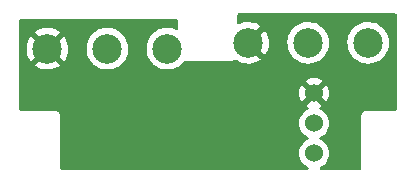
<source format=gbr>
%TF.GenerationSoftware,KiCad,Pcbnew,(6.0.2)*%
%TF.CreationDate,2022-03-02T15:34:03+00:00*%
%TF.ProjectId,305_Side_Hotswap,3330355f-5369-4646-955f-486f74737761,rev?*%
%TF.SameCoordinates,Original*%
%TF.FileFunction,Copper,L2,Bot*%
%TF.FilePolarity,Positive*%
%FSLAX46Y46*%
G04 Gerber Fmt 4.6, Leading zero omitted, Abs format (unit mm)*
G04 Created by KiCad (PCBNEW (6.0.2)) date 2022-03-02 15:34:03*
%MOMM*%
%LPD*%
G01*
G04 APERTURE LIST*
%TA.AperFunction,ComponentPad*%
%ADD10C,2.500000*%
%TD*%
%TA.AperFunction,ComponentPad*%
%ADD11C,1.524000*%
%TD*%
G04 APERTURE END LIST*
D10*
%TO.P,SW2,1,COM*%
%TO.N,GND*%
X38880000Y-20820000D03*
%TO.P,SW2,2,NO*%
%TO.N,Forward*%
X43960000Y-20820000D03*
%TO.P,SW2,3,NC*%
%TO.N,unconnected-(SW2-Pad3)*%
X49040000Y-20820000D03*
%TD*%
%TO.P,SW1,1,COM*%
%TO.N,GND*%
X55880000Y-20320000D03*
%TO.P,SW1,2,NO*%
%TO.N,Back*%
X60960000Y-20320000D03*
%TO.P,SW1,3,NC*%
%TO.N,unconnected-(SW1-Pad3)*%
X66040000Y-20320000D03*
%TD*%
D11*
%TO.P,U1,1,1*%
%TO.N,GND*%
X61460000Y-24590000D03*
%TO.P,U1,2,2*%
%TO.N,Back*%
X61460000Y-27130000D03*
%TO.P,U1,3,3*%
%TO.N,Forward*%
X61460000Y-29670000D03*
%TD*%
%TA.AperFunction,Conductor*%
%TO.N,GND*%
G36*
X68394121Y-17848002D02*
G01*
X68440614Y-17901658D01*
X68452000Y-17954000D01*
X68452000Y-25936000D01*
X68431998Y-26004121D01*
X68378342Y-26050614D01*
X68326000Y-26062000D01*
X65968702Y-26062000D01*
X65967932Y-26061998D01*
X65967078Y-26061993D01*
X65890348Y-26061524D01*
X65881719Y-26063990D01*
X65881714Y-26063991D01*
X65861952Y-26069639D01*
X65845191Y-26073217D01*
X65824848Y-26076130D01*
X65824838Y-26076133D01*
X65815955Y-26077405D01*
X65792605Y-26088021D01*
X65775093Y-26094464D01*
X65767057Y-26096761D01*
X65750435Y-26101512D01*
X65725452Y-26117274D01*
X65710386Y-26125404D01*
X65683490Y-26137633D01*
X65664061Y-26154374D01*
X65649053Y-26165479D01*
X65627369Y-26179160D01*
X65621427Y-26185888D01*
X65607819Y-26201296D01*
X65595627Y-26213340D01*
X65573253Y-26232619D01*
X65568374Y-26240147D01*
X65568371Y-26240150D01*
X65559304Y-26254139D01*
X65548014Y-26269013D01*
X65531044Y-26288228D01*
X65518490Y-26314966D01*
X65510176Y-26329935D01*
X65494107Y-26354727D01*
X65491535Y-26363327D01*
X65486761Y-26379290D01*
X65480099Y-26396736D01*
X65469201Y-26419948D01*
X65464658Y-26449128D01*
X65460874Y-26465849D01*
X65454986Y-26485536D01*
X65454985Y-26485539D01*
X65452413Y-26494141D01*
X65452358Y-26503116D01*
X65452358Y-26503117D01*
X65452203Y-26528546D01*
X65452170Y-26529328D01*
X65452000Y-26530423D01*
X65452000Y-26561298D01*
X65451998Y-26562068D01*
X65451524Y-26639652D01*
X65451908Y-26640996D01*
X65452000Y-26642341D01*
X65452000Y-30936000D01*
X65431998Y-31004121D01*
X65378342Y-31050614D01*
X65326000Y-31062000D01*
X62049455Y-31062000D01*
X61981334Y-31041998D01*
X61934841Y-30988342D01*
X61924737Y-30918068D01*
X61954231Y-30853488D01*
X61996205Y-30821805D01*
X62092690Y-30776814D01*
X62092695Y-30776811D01*
X62097677Y-30774488D01*
X62199505Y-30703187D01*
X62275270Y-30650136D01*
X62275273Y-30650134D01*
X62279781Y-30646977D01*
X62436977Y-30489781D01*
X62564488Y-30307676D01*
X62566811Y-30302694D01*
X62566814Y-30302689D01*
X62656117Y-30111178D01*
X62656118Y-30111177D01*
X62658440Y-30106196D01*
X62715978Y-29891463D01*
X62735353Y-29670000D01*
X62715978Y-29448537D01*
X62658440Y-29233804D01*
X62656117Y-29228822D01*
X62566814Y-29037311D01*
X62566811Y-29037306D01*
X62564488Y-29032324D01*
X62436977Y-28850219D01*
X62279781Y-28693023D01*
X62275273Y-28689866D01*
X62275270Y-28689864D01*
X62199505Y-28636813D01*
X62097677Y-28565512D01*
X62092695Y-28563189D01*
X62092690Y-28563186D01*
X61987627Y-28514195D01*
X61934342Y-28467278D01*
X61914881Y-28399001D01*
X61935423Y-28331041D01*
X61987627Y-28285805D01*
X62092690Y-28236814D01*
X62092695Y-28236811D01*
X62097677Y-28234488D01*
X62199505Y-28163187D01*
X62275270Y-28110136D01*
X62275273Y-28110134D01*
X62279781Y-28106977D01*
X62436977Y-27949781D01*
X62564488Y-27767676D01*
X62566811Y-27762694D01*
X62566814Y-27762689D01*
X62656117Y-27571178D01*
X62656118Y-27571177D01*
X62658440Y-27566196D01*
X62715978Y-27351463D01*
X62735353Y-27130000D01*
X62715978Y-26908537D01*
X62658440Y-26693804D01*
X62636083Y-26645859D01*
X62566814Y-26497311D01*
X62566811Y-26497306D01*
X62564488Y-26492324D01*
X62559735Y-26485536D01*
X62440136Y-26314730D01*
X62440134Y-26314727D01*
X62436977Y-26310219D01*
X62279781Y-26153023D01*
X62275273Y-26149866D01*
X62275270Y-26149864D01*
X62192479Y-26091893D01*
X62097677Y-26025512D01*
X62092695Y-26023189D01*
X62092690Y-26023186D01*
X61987035Y-25973919D01*
X61933750Y-25927002D01*
X61914289Y-25858725D01*
X61934831Y-25790765D01*
X61987035Y-25745529D01*
X62092445Y-25696376D01*
X62101931Y-25690898D01*
X62145764Y-25660207D01*
X62154139Y-25649729D01*
X62147071Y-25636281D01*
X61472812Y-24962022D01*
X61458868Y-24954408D01*
X61457035Y-24954539D01*
X61450420Y-24958790D01*
X60772207Y-25637003D01*
X60765777Y-25648777D01*
X60775074Y-25660793D01*
X60818069Y-25690898D01*
X60827555Y-25696376D01*
X60932965Y-25745529D01*
X60986250Y-25792446D01*
X61005711Y-25860723D01*
X60985169Y-25928683D01*
X60932965Y-25973919D01*
X60827311Y-26023186D01*
X60827306Y-26023189D01*
X60822324Y-26025512D01*
X60817817Y-26028668D01*
X60817815Y-26028669D01*
X60644730Y-26149864D01*
X60644727Y-26149866D01*
X60640219Y-26153023D01*
X60483023Y-26310219D01*
X60479866Y-26314727D01*
X60479864Y-26314730D01*
X60360265Y-26485536D01*
X60355512Y-26492324D01*
X60353189Y-26497306D01*
X60353186Y-26497311D01*
X60283917Y-26645859D01*
X60261560Y-26693804D01*
X60204022Y-26908537D01*
X60184647Y-27130000D01*
X60204022Y-27351463D01*
X60261560Y-27566196D01*
X60263882Y-27571177D01*
X60263883Y-27571178D01*
X60353186Y-27762689D01*
X60353189Y-27762694D01*
X60355512Y-27767676D01*
X60483023Y-27949781D01*
X60640219Y-28106977D01*
X60644727Y-28110134D01*
X60644730Y-28110136D01*
X60720495Y-28163187D01*
X60822323Y-28234488D01*
X60827305Y-28236811D01*
X60827310Y-28236814D01*
X60932373Y-28285805D01*
X60985658Y-28332722D01*
X61005119Y-28400999D01*
X60984577Y-28468959D01*
X60932373Y-28514195D01*
X60827311Y-28563186D01*
X60827306Y-28563189D01*
X60822324Y-28565512D01*
X60817817Y-28568668D01*
X60817815Y-28568669D01*
X60644730Y-28689864D01*
X60644727Y-28689866D01*
X60640219Y-28693023D01*
X60483023Y-28850219D01*
X60355512Y-29032324D01*
X60353189Y-29037306D01*
X60353186Y-29037311D01*
X60263883Y-29228822D01*
X60261560Y-29233804D01*
X60204022Y-29448537D01*
X60184647Y-29670000D01*
X60204022Y-29891463D01*
X60261560Y-30106196D01*
X60263882Y-30111177D01*
X60263883Y-30111178D01*
X60353186Y-30302689D01*
X60353189Y-30302694D01*
X60355512Y-30307676D01*
X60483023Y-30489781D01*
X60640219Y-30646977D01*
X60644727Y-30650134D01*
X60644730Y-30650136D01*
X60720495Y-30703187D01*
X60822323Y-30774488D01*
X60827305Y-30776811D01*
X60827310Y-30776814D01*
X60923795Y-30821805D01*
X60977080Y-30868722D01*
X60996541Y-30936999D01*
X60975999Y-31004959D01*
X60921977Y-31051025D01*
X60870545Y-31062000D01*
X40094000Y-31062000D01*
X40025879Y-31041998D01*
X39979386Y-30988342D01*
X39968000Y-30936000D01*
X39968000Y-26578702D01*
X39968002Y-26577932D01*
X39968421Y-26509322D01*
X39968476Y-26500348D01*
X39966010Y-26491719D01*
X39966009Y-26491714D01*
X39960361Y-26471952D01*
X39956783Y-26455191D01*
X39953870Y-26434848D01*
X39953867Y-26434838D01*
X39952595Y-26425955D01*
X39941979Y-26402605D01*
X39935536Y-26385093D01*
X39930954Y-26369063D01*
X39928488Y-26360435D01*
X39912726Y-26335452D01*
X39904596Y-26320386D01*
X39892367Y-26293490D01*
X39875626Y-26274061D01*
X39864521Y-26259053D01*
X39855630Y-26244961D01*
X39850840Y-26237369D01*
X39828703Y-26217818D01*
X39816659Y-26205626D01*
X39803239Y-26190051D01*
X39803237Y-26190050D01*
X39797381Y-26183253D01*
X39789853Y-26178374D01*
X39789850Y-26178371D01*
X39775861Y-26169304D01*
X39760987Y-26158014D01*
X39748502Y-26146988D01*
X39741772Y-26141044D01*
X39733646Y-26137229D01*
X39733645Y-26137228D01*
X39727979Y-26134568D01*
X39715034Y-26128490D01*
X39700065Y-26120176D01*
X39675273Y-26104107D01*
X39650709Y-26096761D01*
X39633264Y-26090099D01*
X39628827Y-26088016D01*
X39610052Y-26079201D01*
X39580870Y-26074657D01*
X39564151Y-26070874D01*
X39544464Y-26064986D01*
X39544461Y-26064985D01*
X39535859Y-26062413D01*
X39526884Y-26062358D01*
X39526883Y-26062358D01*
X39520190Y-26062317D01*
X39501444Y-26062203D01*
X39500672Y-26062170D01*
X39499577Y-26062000D01*
X39468702Y-26062000D01*
X39467932Y-26061998D01*
X39394284Y-26061548D01*
X39394283Y-26061548D01*
X39390348Y-26061524D01*
X39389004Y-26061908D01*
X39387659Y-26062000D01*
X36594000Y-26062000D01*
X36525879Y-26041998D01*
X36479386Y-25988342D01*
X36468000Y-25936000D01*
X36468000Y-24595475D01*
X60185628Y-24595475D01*
X60204038Y-24805896D01*
X60205941Y-24816691D01*
X60260609Y-25020715D01*
X60264355Y-25031007D01*
X60353623Y-25222441D01*
X60359103Y-25231932D01*
X60389794Y-25275765D01*
X60400271Y-25284140D01*
X60413718Y-25277072D01*
X61087978Y-24602812D01*
X61094356Y-24591132D01*
X61824408Y-24591132D01*
X61824539Y-24592965D01*
X61828790Y-24599580D01*
X62507003Y-25277793D01*
X62518777Y-25284223D01*
X62530793Y-25274926D01*
X62560897Y-25231932D01*
X62566377Y-25222441D01*
X62655645Y-25031007D01*
X62659391Y-25020715D01*
X62714059Y-24816691D01*
X62715962Y-24805896D01*
X62734372Y-24595475D01*
X62734372Y-24584525D01*
X62715962Y-24374104D01*
X62714059Y-24363309D01*
X62659391Y-24159285D01*
X62655645Y-24148993D01*
X62566377Y-23957559D01*
X62560897Y-23948068D01*
X62530206Y-23904235D01*
X62519729Y-23895860D01*
X62506282Y-23902928D01*
X61832022Y-24577188D01*
X61824408Y-24591132D01*
X61094356Y-24591132D01*
X61095592Y-24588868D01*
X61095461Y-24587035D01*
X61091210Y-24580420D01*
X60412997Y-23902207D01*
X60401223Y-23895777D01*
X60389207Y-23905074D01*
X60359103Y-23948068D01*
X60353623Y-23957559D01*
X60264355Y-24148993D01*
X60260609Y-24159285D01*
X60205941Y-24363309D01*
X60204038Y-24374104D01*
X60185628Y-24584525D01*
X60185628Y-24595475D01*
X36468000Y-24595475D01*
X36468000Y-23530271D01*
X60765860Y-23530271D01*
X60772928Y-23543718D01*
X61447188Y-24217978D01*
X61461132Y-24225592D01*
X61462965Y-24225461D01*
X61469580Y-24221210D01*
X62147793Y-23542997D01*
X62154223Y-23531223D01*
X62144926Y-23519207D01*
X62101931Y-23489102D01*
X62092445Y-23483624D01*
X61901007Y-23394355D01*
X61890715Y-23390609D01*
X61686691Y-23335941D01*
X61675896Y-23334038D01*
X61465475Y-23315628D01*
X61454525Y-23315628D01*
X61244104Y-23334038D01*
X61233309Y-23335941D01*
X61029285Y-23390609D01*
X61018993Y-23394355D01*
X60827559Y-23483623D01*
X60818068Y-23489103D01*
X60774235Y-23519794D01*
X60765860Y-23530271D01*
X36468000Y-23530271D01*
X36468000Y-22229133D01*
X37835612Y-22229133D01*
X37844325Y-22240653D01*
X37942018Y-22312284D01*
X37949928Y-22317227D01*
X38172890Y-22434533D01*
X38181453Y-22438256D01*
X38419304Y-22521318D01*
X38428313Y-22523732D01*
X38675842Y-22570727D01*
X38685098Y-22571781D01*
X38936857Y-22581673D01*
X38946171Y-22581347D01*
X39196615Y-22553920D01*
X39205792Y-22552219D01*
X39449431Y-22488074D01*
X39458251Y-22485037D01*
X39689736Y-22385583D01*
X39698008Y-22381276D01*
X39912249Y-22248700D01*
X39919188Y-22243658D01*
X39927518Y-22231019D01*
X39921456Y-22220666D01*
X38892812Y-21192022D01*
X38878868Y-21184408D01*
X38877035Y-21184539D01*
X38870420Y-21188790D01*
X37842270Y-22216940D01*
X37835612Y-22229133D01*
X36468000Y-22229133D01*
X36468000Y-20778523D01*
X37117898Y-20778523D01*
X37129987Y-21030175D01*
X37131124Y-21039435D01*
X37180274Y-21286535D01*
X37182768Y-21295528D01*
X37267900Y-21532639D01*
X37271700Y-21541174D01*
X37390946Y-21763101D01*
X37395957Y-21770968D01*
X37459446Y-21855990D01*
X37470704Y-21864439D01*
X37483123Y-21857667D01*
X38507978Y-20832812D01*
X38514356Y-20821132D01*
X39244408Y-20821132D01*
X39244539Y-20822965D01*
X39248790Y-20829580D01*
X40279913Y-21860703D01*
X40292293Y-21867463D01*
X40300634Y-21861219D01*
X40426765Y-21665127D01*
X40431212Y-21656936D01*
X40534691Y-21427222D01*
X40537882Y-21418455D01*
X40606269Y-21175976D01*
X40608129Y-21166834D01*
X40640116Y-20915396D01*
X40640597Y-20909108D01*
X40642847Y-20823160D01*
X40642696Y-20816851D01*
X40639500Y-20773839D01*
X42197173Y-20773839D01*
X42197397Y-20778505D01*
X42197397Y-20778511D01*
X42203443Y-20904373D01*
X42209713Y-21034908D01*
X42260704Y-21291256D01*
X42349026Y-21537252D01*
X42351242Y-21541376D01*
X42466455Y-21755799D01*
X42472737Y-21767491D01*
X42475532Y-21771234D01*
X42475534Y-21771237D01*
X42626330Y-21973177D01*
X42626335Y-21973183D01*
X42629122Y-21976915D01*
X42632431Y-21980195D01*
X42632436Y-21980201D01*
X42735488Y-22082357D01*
X42814743Y-22160923D01*
X42818505Y-22163681D01*
X42818508Y-22163684D01*
X43021173Y-22312284D01*
X43025524Y-22315474D01*
X43029667Y-22317654D01*
X43029669Y-22317655D01*
X43252684Y-22434989D01*
X43252689Y-22434991D01*
X43256834Y-22437172D01*
X43503590Y-22523344D01*
X43508183Y-22524216D01*
X43755785Y-22571224D01*
X43755788Y-22571224D01*
X43760374Y-22572095D01*
X43890958Y-22577226D01*
X44016875Y-22582174D01*
X44016881Y-22582174D01*
X44021543Y-22582357D01*
X44100977Y-22573657D01*
X44276707Y-22554412D01*
X44276712Y-22554411D01*
X44281360Y-22553902D01*
X44394116Y-22524216D01*
X44529594Y-22488548D01*
X44529596Y-22488547D01*
X44534117Y-22487357D01*
X44774262Y-22384182D01*
X44996519Y-22246646D01*
X45000082Y-22243629D01*
X45000087Y-22243626D01*
X45192439Y-22080787D01*
X45192440Y-22080786D01*
X45196005Y-22077768D01*
X45274665Y-21988074D01*
X45365257Y-21884774D01*
X45365261Y-21884769D01*
X45368339Y-21881259D01*
X45402326Y-21828421D01*
X45507205Y-21665367D01*
X45509733Y-21661437D01*
X45617083Y-21423129D01*
X45666282Y-21248683D01*
X45686760Y-21176076D01*
X45686761Y-21176073D01*
X45688030Y-21171572D01*
X45705117Y-21037252D01*
X45720616Y-20915421D01*
X45720616Y-20915417D01*
X45721014Y-20912291D01*
X45721098Y-20909108D01*
X45723348Y-20823160D01*
X45723431Y-20820000D01*
X45723197Y-20816851D01*
X45704407Y-20564000D01*
X45704406Y-20563996D01*
X45704061Y-20559348D01*
X45694825Y-20518528D01*
X45647408Y-20308980D01*
X45646377Y-20304423D01*
X45644684Y-20300069D01*
X45553340Y-20065176D01*
X45553339Y-20065173D01*
X45551647Y-20060823D01*
X45548244Y-20054868D01*
X45424270Y-19837960D01*
X45421951Y-19833902D01*
X45260138Y-19628643D01*
X45069763Y-19449557D01*
X44855009Y-19300576D01*
X44819898Y-19283261D01*
X44624781Y-19187040D01*
X44624776Y-19187038D01*
X44620593Y-19184975D01*
X44574449Y-19170204D01*
X44376123Y-19106720D01*
X44371665Y-19105293D01*
X44113693Y-19063279D01*
X43999942Y-19061790D01*
X43857022Y-19059919D01*
X43857019Y-19059919D01*
X43852345Y-19059858D01*
X43593362Y-19095104D01*
X43342433Y-19168243D01*
X43338180Y-19170203D01*
X43338179Y-19170204D01*
X43287888Y-19193389D01*
X43105072Y-19277668D01*
X43066067Y-19303241D01*
X42890404Y-19418410D01*
X42890399Y-19418414D01*
X42886491Y-19420976D01*
X42691494Y-19595018D01*
X42524363Y-19795970D01*
X42521934Y-19799973D01*
X42394943Y-20009248D01*
X42388771Y-20019419D01*
X42287697Y-20260455D01*
X42223359Y-20513783D01*
X42197173Y-20773839D01*
X40639500Y-20773839D01*
X40623912Y-20564074D01*
X40622536Y-20554868D01*
X40566929Y-20309126D01*
X40564205Y-20300215D01*
X40472888Y-20065392D01*
X40468877Y-20056983D01*
X40343854Y-19838240D01*
X40338643Y-19830514D01*
X40301391Y-19783261D01*
X40289466Y-19774790D01*
X40277934Y-19781276D01*
X39252022Y-20807188D01*
X39244408Y-20821132D01*
X38514356Y-20821132D01*
X38515592Y-20818868D01*
X38515461Y-20817035D01*
X38511210Y-20810420D01*
X37481321Y-19780531D01*
X37468013Y-19773264D01*
X37457974Y-19780386D01*
X37447761Y-19792666D01*
X37442346Y-19800258D01*
X37311646Y-20015646D01*
X37307408Y-20023963D01*
X37209981Y-20256299D01*
X37207020Y-20265149D01*
X37145006Y-20509331D01*
X37143384Y-20518528D01*
X37118143Y-20769198D01*
X37117898Y-20778523D01*
X36468000Y-20778523D01*
X36468000Y-19408803D01*
X37833216Y-19408803D01*
X37837789Y-19418579D01*
X38867188Y-20447978D01*
X38881132Y-20455592D01*
X38882965Y-20455461D01*
X38889580Y-20451210D01*
X39918419Y-19422371D01*
X39924803Y-19410681D01*
X39915391Y-19398570D01*
X39778593Y-19303670D01*
X39770565Y-19298942D01*
X39544593Y-19187505D01*
X39535960Y-19184017D01*
X39295998Y-19107205D01*
X39286938Y-19105029D01*
X39038260Y-19064529D01*
X39028973Y-19063717D01*
X38777053Y-19060419D01*
X38767742Y-19060989D01*
X38518097Y-19094964D01*
X38508978Y-19096902D01*
X38267098Y-19167404D01*
X38258367Y-19170667D01*
X38029558Y-19276151D01*
X38021406Y-19280670D01*
X37842353Y-19398062D01*
X37833216Y-19408803D01*
X36468000Y-19408803D01*
X36468000Y-18454000D01*
X36488002Y-18385879D01*
X36541658Y-18339386D01*
X36594000Y-18328000D01*
X49826000Y-18328000D01*
X49894121Y-18348002D01*
X49940614Y-18401658D01*
X49952000Y-18454000D01*
X49952000Y-19106331D01*
X49931998Y-19174452D01*
X49878342Y-19220945D01*
X49808068Y-19231049D01*
X49770275Y-19219338D01*
X49700593Y-19184975D01*
X49654449Y-19170204D01*
X49456123Y-19106720D01*
X49451665Y-19105293D01*
X49193693Y-19063279D01*
X49079942Y-19061790D01*
X48937022Y-19059919D01*
X48937019Y-19059919D01*
X48932345Y-19059858D01*
X48673362Y-19095104D01*
X48422433Y-19168243D01*
X48418180Y-19170203D01*
X48418179Y-19170204D01*
X48367888Y-19193389D01*
X48185072Y-19277668D01*
X48146067Y-19303241D01*
X47970404Y-19418410D01*
X47970399Y-19418414D01*
X47966491Y-19420976D01*
X47771494Y-19595018D01*
X47604363Y-19795970D01*
X47601934Y-19799973D01*
X47474943Y-20009248D01*
X47468771Y-20019419D01*
X47367697Y-20260455D01*
X47303359Y-20513783D01*
X47277173Y-20773839D01*
X47277397Y-20778505D01*
X47277397Y-20778511D01*
X47283443Y-20904373D01*
X47289713Y-21034908D01*
X47340704Y-21291256D01*
X47429026Y-21537252D01*
X47431242Y-21541376D01*
X47546455Y-21755799D01*
X47552737Y-21767491D01*
X47555532Y-21771234D01*
X47555534Y-21771237D01*
X47706330Y-21973177D01*
X47706335Y-21973183D01*
X47709122Y-21976915D01*
X47712431Y-21980195D01*
X47712436Y-21980201D01*
X47815488Y-22082357D01*
X47894743Y-22160923D01*
X47898505Y-22163681D01*
X47898508Y-22163684D01*
X48101173Y-22312284D01*
X48105524Y-22315474D01*
X48109667Y-22317654D01*
X48109669Y-22317655D01*
X48332684Y-22434989D01*
X48332689Y-22434991D01*
X48336834Y-22437172D01*
X48583590Y-22523344D01*
X48588183Y-22524216D01*
X48835785Y-22571224D01*
X48835788Y-22571224D01*
X48840374Y-22572095D01*
X48970958Y-22577226D01*
X49096875Y-22582174D01*
X49096881Y-22582174D01*
X49101543Y-22582357D01*
X49180977Y-22573657D01*
X49356707Y-22554412D01*
X49356712Y-22554411D01*
X49361360Y-22553902D01*
X49474116Y-22524216D01*
X49609594Y-22488548D01*
X49609596Y-22488547D01*
X49614117Y-22487357D01*
X49854262Y-22384182D01*
X50076519Y-22246646D01*
X50080082Y-22243629D01*
X50080087Y-22243626D01*
X50272439Y-22080787D01*
X50272440Y-22080786D01*
X50276005Y-22077768D01*
X50448339Y-21881259D01*
X50450409Y-21878041D01*
X50507199Y-21835807D01*
X50550860Y-21828000D01*
X54451298Y-21828000D01*
X54452069Y-21828002D01*
X54529652Y-21828476D01*
X54538281Y-21826010D01*
X54538286Y-21826009D01*
X54558048Y-21820361D01*
X54574809Y-21816783D01*
X54595152Y-21813870D01*
X54595162Y-21813867D01*
X54604045Y-21812595D01*
X54627395Y-21801979D01*
X54644907Y-21795536D01*
X54660937Y-21790954D01*
X54669565Y-21788488D01*
X54694548Y-21772726D01*
X54709614Y-21764596D01*
X54736510Y-21752367D01*
X54736512Y-21752366D01*
X54736987Y-21753410D01*
X54796947Y-21735949D01*
X54865023Y-21756103D01*
X54871171Y-21760337D01*
X54942018Y-21812284D01*
X54949928Y-21817227D01*
X55172890Y-21934533D01*
X55181453Y-21938256D01*
X55419304Y-22021318D01*
X55428313Y-22023732D01*
X55675842Y-22070727D01*
X55685098Y-22071781D01*
X55936857Y-22081673D01*
X55946171Y-22081347D01*
X56196615Y-22053920D01*
X56205792Y-22052219D01*
X56449431Y-21988074D01*
X56458251Y-21985037D01*
X56689736Y-21885583D01*
X56698008Y-21881276D01*
X56912249Y-21748700D01*
X56919188Y-21743658D01*
X56927518Y-21731019D01*
X56921456Y-21720666D01*
X55609885Y-20409095D01*
X55575859Y-20346783D01*
X55577694Y-20321132D01*
X56244408Y-20321132D01*
X56244539Y-20322965D01*
X56248790Y-20329580D01*
X57279913Y-21360703D01*
X57292293Y-21367463D01*
X57300634Y-21361219D01*
X57426765Y-21165127D01*
X57431212Y-21156936D01*
X57534691Y-20927222D01*
X57537882Y-20918455D01*
X57606269Y-20675976D01*
X57608129Y-20666834D01*
X57640116Y-20415396D01*
X57640597Y-20409108D01*
X57642847Y-20323160D01*
X57642696Y-20316851D01*
X57639500Y-20273839D01*
X59197173Y-20273839D01*
X59197397Y-20278505D01*
X59197397Y-20278511D01*
X59199542Y-20323160D01*
X59209713Y-20534908D01*
X59260704Y-20791256D01*
X59349026Y-21037252D01*
X59351242Y-21041376D01*
X59428166Y-21184539D01*
X59472737Y-21267491D01*
X59475532Y-21271234D01*
X59475534Y-21271237D01*
X59626330Y-21473177D01*
X59626335Y-21473183D01*
X59629122Y-21476915D01*
X59632431Y-21480195D01*
X59632436Y-21480201D01*
X59755073Y-21601772D01*
X59814743Y-21660923D01*
X59818505Y-21663681D01*
X59818508Y-21663684D01*
X60021750Y-21812707D01*
X60025524Y-21815474D01*
X60029667Y-21817654D01*
X60029669Y-21817655D01*
X60252684Y-21934989D01*
X60252689Y-21934991D01*
X60256834Y-21937172D01*
X60503590Y-22023344D01*
X60508183Y-22024216D01*
X60755785Y-22071224D01*
X60755788Y-22071224D01*
X60760374Y-22072095D01*
X60890959Y-22077226D01*
X61016875Y-22082174D01*
X61016881Y-22082174D01*
X61021543Y-22082357D01*
X61100977Y-22073657D01*
X61276707Y-22054412D01*
X61276712Y-22054411D01*
X61281360Y-22053902D01*
X61394116Y-22024216D01*
X61529594Y-21988548D01*
X61529596Y-21988547D01*
X61534117Y-21987357D01*
X61558422Y-21976915D01*
X61769972Y-21886025D01*
X61774262Y-21884182D01*
X61864283Y-21828476D01*
X61992547Y-21749104D01*
X61992548Y-21749104D01*
X61996519Y-21746646D01*
X62000082Y-21743629D01*
X62000087Y-21743626D01*
X62192439Y-21580787D01*
X62192440Y-21580786D01*
X62196005Y-21577768D01*
X62290470Y-21470052D01*
X62365257Y-21384774D01*
X62365261Y-21384769D01*
X62368339Y-21381259D01*
X62509733Y-21161437D01*
X62617083Y-20923129D01*
X62643467Y-20829580D01*
X62686760Y-20676076D01*
X62686761Y-20676073D01*
X62688030Y-20671572D01*
X62704832Y-20539496D01*
X62720616Y-20415421D01*
X62720616Y-20415417D01*
X62721014Y-20412291D01*
X62721098Y-20409108D01*
X62723348Y-20323160D01*
X62723431Y-20320000D01*
X62720001Y-20273839D01*
X64277173Y-20273839D01*
X64277397Y-20278505D01*
X64277397Y-20278511D01*
X64279542Y-20323160D01*
X64289713Y-20534908D01*
X64340704Y-20791256D01*
X64429026Y-21037252D01*
X64431242Y-21041376D01*
X64508166Y-21184539D01*
X64552737Y-21267491D01*
X64555532Y-21271234D01*
X64555534Y-21271237D01*
X64706330Y-21473177D01*
X64706335Y-21473183D01*
X64709122Y-21476915D01*
X64712431Y-21480195D01*
X64712436Y-21480201D01*
X64835073Y-21601772D01*
X64894743Y-21660923D01*
X64898505Y-21663681D01*
X64898508Y-21663684D01*
X65101750Y-21812707D01*
X65105524Y-21815474D01*
X65109667Y-21817654D01*
X65109669Y-21817655D01*
X65332684Y-21934989D01*
X65332689Y-21934991D01*
X65336834Y-21937172D01*
X65583590Y-22023344D01*
X65588183Y-22024216D01*
X65835785Y-22071224D01*
X65835788Y-22071224D01*
X65840374Y-22072095D01*
X65970959Y-22077226D01*
X66096875Y-22082174D01*
X66096881Y-22082174D01*
X66101543Y-22082357D01*
X66180977Y-22073657D01*
X66356707Y-22054412D01*
X66356712Y-22054411D01*
X66361360Y-22053902D01*
X66474116Y-22024216D01*
X66609594Y-21988548D01*
X66609596Y-21988547D01*
X66614117Y-21987357D01*
X66638422Y-21976915D01*
X66849972Y-21886025D01*
X66854262Y-21884182D01*
X66944283Y-21828476D01*
X67072547Y-21749104D01*
X67072548Y-21749104D01*
X67076519Y-21746646D01*
X67080082Y-21743629D01*
X67080087Y-21743626D01*
X67272439Y-21580787D01*
X67272440Y-21580786D01*
X67276005Y-21577768D01*
X67370470Y-21470052D01*
X67445257Y-21384774D01*
X67445261Y-21384769D01*
X67448339Y-21381259D01*
X67589733Y-21161437D01*
X67697083Y-20923129D01*
X67723467Y-20829580D01*
X67766760Y-20676076D01*
X67766761Y-20676073D01*
X67768030Y-20671572D01*
X67784832Y-20539496D01*
X67800616Y-20415421D01*
X67800616Y-20415417D01*
X67801014Y-20412291D01*
X67801098Y-20409108D01*
X67803348Y-20323160D01*
X67803431Y-20320000D01*
X67784061Y-20059348D01*
X67776055Y-20023963D01*
X67727408Y-19808980D01*
X67726377Y-19804423D01*
X67717030Y-19780386D01*
X67633340Y-19565176D01*
X67633339Y-19565173D01*
X67631647Y-19560823D01*
X67501951Y-19333902D01*
X67340138Y-19128643D01*
X67149763Y-18949557D01*
X66935009Y-18800576D01*
X66930816Y-18798508D01*
X66704781Y-18687040D01*
X66704778Y-18687039D01*
X66700593Y-18684975D01*
X66654449Y-18670204D01*
X66456123Y-18606720D01*
X66451665Y-18605293D01*
X66193693Y-18563279D01*
X66079942Y-18561790D01*
X65937022Y-18559919D01*
X65937019Y-18559919D01*
X65932345Y-18559858D01*
X65673362Y-18595104D01*
X65422433Y-18668243D01*
X65418180Y-18670203D01*
X65418179Y-18670204D01*
X65367888Y-18693389D01*
X65185072Y-18777668D01*
X65146067Y-18803241D01*
X64970404Y-18918410D01*
X64970399Y-18918414D01*
X64966491Y-18920976D01*
X64771494Y-19095018D01*
X64604363Y-19295970D01*
X64583571Y-19330234D01*
X64528508Y-19420976D01*
X64468771Y-19519419D01*
X64367697Y-19760455D01*
X64303359Y-20013783D01*
X64277173Y-20273839D01*
X62720001Y-20273839D01*
X62704061Y-20059348D01*
X62696055Y-20023963D01*
X62647408Y-19808980D01*
X62646377Y-19804423D01*
X62637030Y-19780386D01*
X62553340Y-19565176D01*
X62553339Y-19565173D01*
X62551647Y-19560823D01*
X62421951Y-19333902D01*
X62260138Y-19128643D01*
X62069763Y-18949557D01*
X61855009Y-18800576D01*
X61850816Y-18798508D01*
X61624781Y-18687040D01*
X61624778Y-18687039D01*
X61620593Y-18684975D01*
X61574449Y-18670204D01*
X61376123Y-18606720D01*
X61371665Y-18605293D01*
X61113693Y-18563279D01*
X60999942Y-18561790D01*
X60857022Y-18559919D01*
X60857019Y-18559919D01*
X60852345Y-18559858D01*
X60593362Y-18595104D01*
X60342433Y-18668243D01*
X60338180Y-18670203D01*
X60338179Y-18670204D01*
X60287888Y-18693389D01*
X60105072Y-18777668D01*
X60066067Y-18803241D01*
X59890404Y-18918410D01*
X59890399Y-18918414D01*
X59886491Y-18920976D01*
X59691494Y-19095018D01*
X59524363Y-19295970D01*
X59503571Y-19330234D01*
X59448508Y-19420976D01*
X59388771Y-19519419D01*
X59287697Y-19760455D01*
X59223359Y-20013783D01*
X59197173Y-20273839D01*
X57639500Y-20273839D01*
X57623912Y-20064074D01*
X57622536Y-20054868D01*
X57566929Y-19809126D01*
X57564205Y-19800215D01*
X57472888Y-19565392D01*
X57468877Y-19556983D01*
X57343854Y-19338240D01*
X57338643Y-19330514D01*
X57301391Y-19283261D01*
X57289466Y-19274790D01*
X57277934Y-19281276D01*
X56252022Y-20307188D01*
X56244408Y-20321132D01*
X55577694Y-20321132D01*
X55580924Y-20275968D01*
X55609885Y-20230905D01*
X56918419Y-18922371D01*
X56924803Y-18910681D01*
X56915391Y-18898570D01*
X56778593Y-18803670D01*
X56770565Y-18798942D01*
X56544593Y-18687505D01*
X56535960Y-18684017D01*
X56295998Y-18607205D01*
X56286938Y-18605029D01*
X56038260Y-18564529D01*
X56028973Y-18563717D01*
X55777053Y-18560419D01*
X55767742Y-18560989D01*
X55518097Y-18594964D01*
X55508978Y-18596902D01*
X55267098Y-18667404D01*
X55258362Y-18670669D01*
X55146751Y-18722123D01*
X55076514Y-18732478D01*
X55011828Y-18703216D01*
X54973231Y-18643627D01*
X54968000Y-18607697D01*
X54968000Y-17954000D01*
X54988002Y-17885879D01*
X55041658Y-17839386D01*
X55094000Y-17828000D01*
X68326000Y-17828000D01*
X68394121Y-17848002D01*
G37*
%TD.AperFunction*%
%TD*%
M02*

</source>
